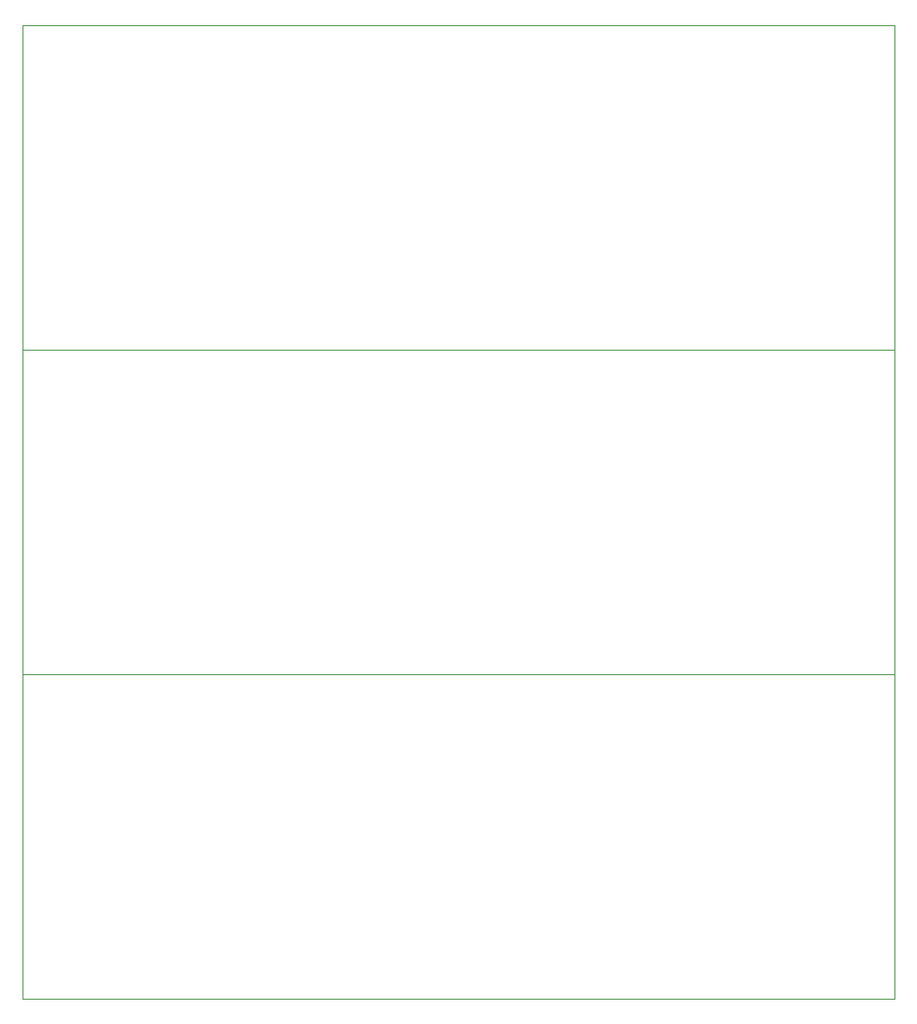
<source format=gbr>
%TF.GenerationSoftware,KiCad,Pcbnew,6.0.11-2627ca5db0~126~ubuntu20.04.1*%
%TF.CreationDate,2024-02-24T22:47:21-05:00*%
%TF.ProjectId,,58585858-5858-4585-9858-585858585858,rev?*%
%TF.SameCoordinates,Original*%
%TF.FileFunction,Profile,NP*%
%FSLAX46Y46*%
G04 Gerber Fmt 4.6, Leading zero omitted, Abs format (unit mm)*
G04 Created by KiCad (PCBNEW 6.0.11-2627ca5db0~126~ubuntu20.04.1) date 2024-02-24 22:47:21*
%MOMM*%
%LPD*%
G01*
G04 APERTURE LIST*
%TA.AperFunction,Profile*%
%ADD10C,0.100000*%
%TD*%
G04 APERTURE END LIST*
D10*
X49377600Y-91886400D02*
X131377600Y-91886400D01*
X131377600Y-122386400D02*
X131377600Y-91886400D01*
X49377600Y-91886400D02*
X49377600Y-122386400D01*
X49377600Y-122386400D02*
X131377600Y-122386400D01*
X49377600Y-61386400D02*
X131377600Y-61386400D01*
X131377600Y-91886400D02*
X131377600Y-61386400D01*
X49377600Y-61386400D02*
X49377600Y-91886400D01*
X49377600Y-91886400D02*
X131377600Y-91886400D01*
X49377600Y-61386400D02*
X131377600Y-61386400D01*
X49377600Y-30886400D02*
X49377600Y-61386400D01*
X131377600Y-61386400D02*
X131377600Y-30886400D01*
X49377600Y-30886400D02*
X131377600Y-30886400D01*
M02*

</source>
